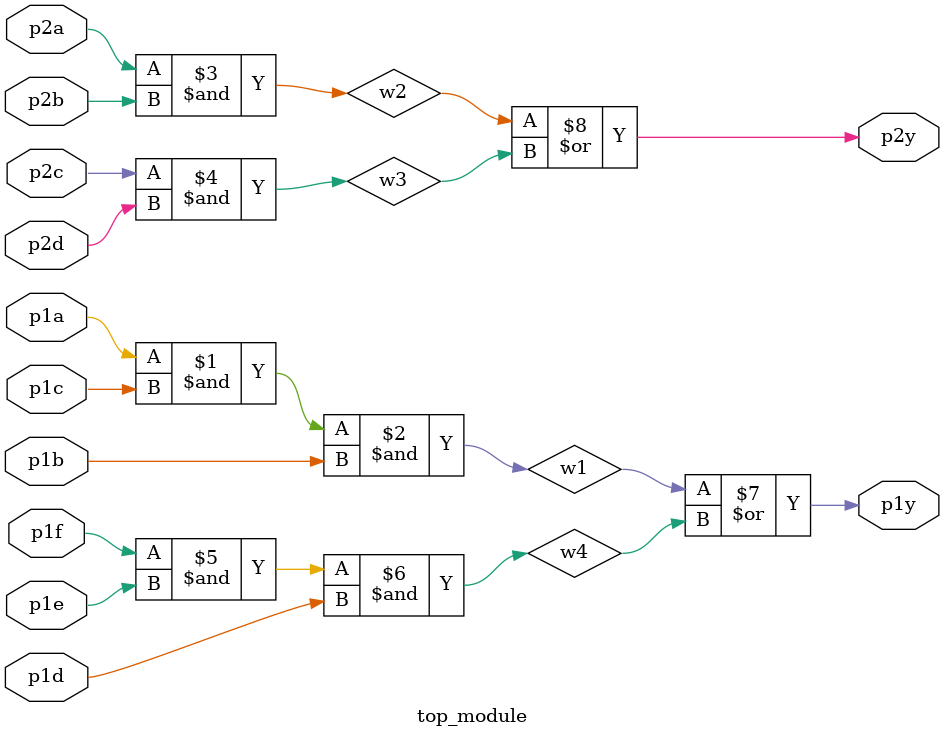
<source format=v>

module top_module ( 
    input p1a, p1b, p1c, p1d, p1e, p1f,
    output p1y,
    input p2a, p2b, p2c, p2d,
    output p2y );
    
    wire w1, w2, w3, w4; 
    //AND Gates
    assign w1 = p1a & p1c & p1b;
    assign w2 = p2a & p2b;
	  assign w3 = p2c & p2d;
    assign w4 = p1f & p1e & p1d;
    
    assign p1y = w1|w4;
    assign p2y = w2|w3;

endmodule


</source>
